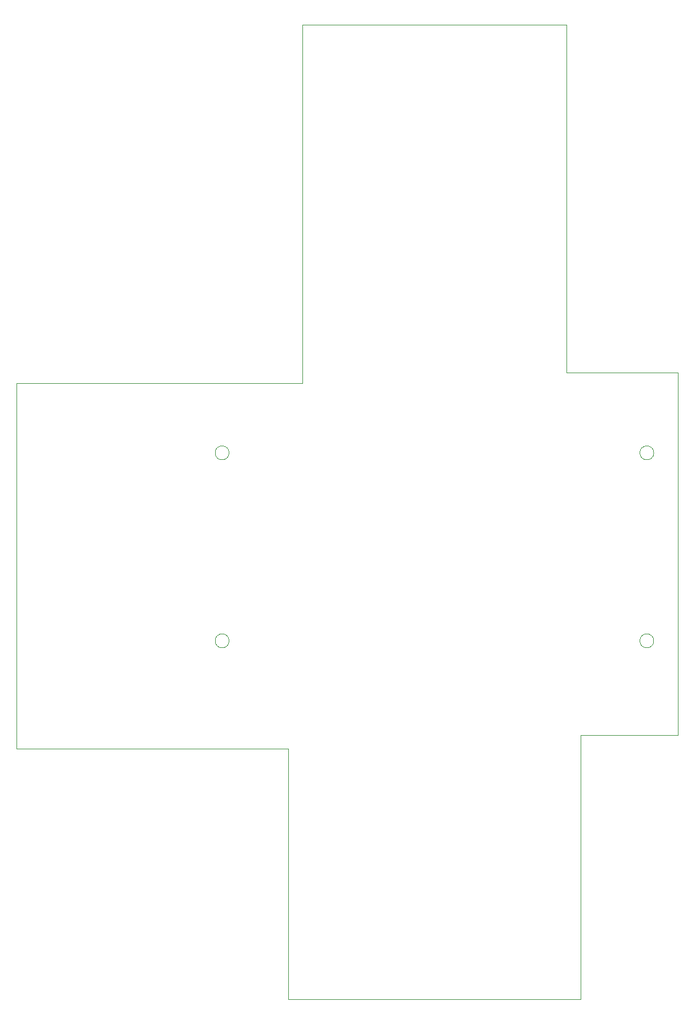
<source format=gbr>
%TF.GenerationSoftware,KiCad,Pcbnew,9.0.6*%
%TF.CreationDate,2025-12-22T22:41:29-05:00*%
%TF.ProjectId,TacoCopter_Flight_Controller,5461636f-436f-4707-9465-725f466c6967,rev?*%
%TF.SameCoordinates,Original*%
%TF.FileFunction,Profile,NP*%
%FSLAX46Y46*%
G04 Gerber Fmt 4.6, Leading zero omitted, Abs format (unit mm)*
G04 Created by KiCad (PCBNEW 9.0.6) date 2025-12-22 22:41:29*
%MOMM*%
%LPD*%
G01*
G04 APERTURE LIST*
%TA.AperFunction,Profile*%
%ADD10C,0.050000*%
%TD*%
G04 APERTURE END LIST*
D10*
X131000000Y-76500000D02*
X90000000Y-76500000D01*
X169000000Y-75000000D02*
X169000000Y-25000000D01*
X185000000Y-127000000D02*
X185000000Y-75000000D01*
X181500000Y-113500000D02*
G75*
G02*
X179500000Y-113500000I-1000000J0D01*
G01*
X179500000Y-113500000D02*
G75*
G02*
X181500000Y-113500000I1000000J0D01*
G01*
X90000000Y-76500000D02*
X90000000Y-129000000D01*
X181500000Y-86500000D02*
G75*
G02*
X179500000Y-86500000I-1000000J0D01*
G01*
X179500000Y-86500000D02*
G75*
G02*
X181500000Y-86500000I1000000J0D01*
G01*
X131000000Y-25000000D02*
X131000000Y-76500000D01*
X90000000Y-129000000D02*
X129000000Y-129000000D01*
X185000000Y-75000000D02*
X169000000Y-75000000D01*
X171000000Y-127000000D02*
X185000000Y-127000000D01*
X129000000Y-165000000D02*
X171000000Y-165000000D01*
X120500000Y-113500000D02*
G75*
G02*
X118500000Y-113500000I-1000000J0D01*
G01*
X118500000Y-113500000D02*
G75*
G02*
X120500000Y-113500000I1000000J0D01*
G01*
X171000000Y-165000000D02*
X171000000Y-127000000D01*
X129000000Y-129000000D02*
X129000000Y-165000000D01*
X120500000Y-86500000D02*
G75*
G02*
X118500000Y-86500000I-1000000J0D01*
G01*
X118500000Y-86500000D02*
G75*
G02*
X120500000Y-86500000I1000000J0D01*
G01*
X169000000Y-25000000D02*
X131000000Y-25000000D01*
M02*

</source>
